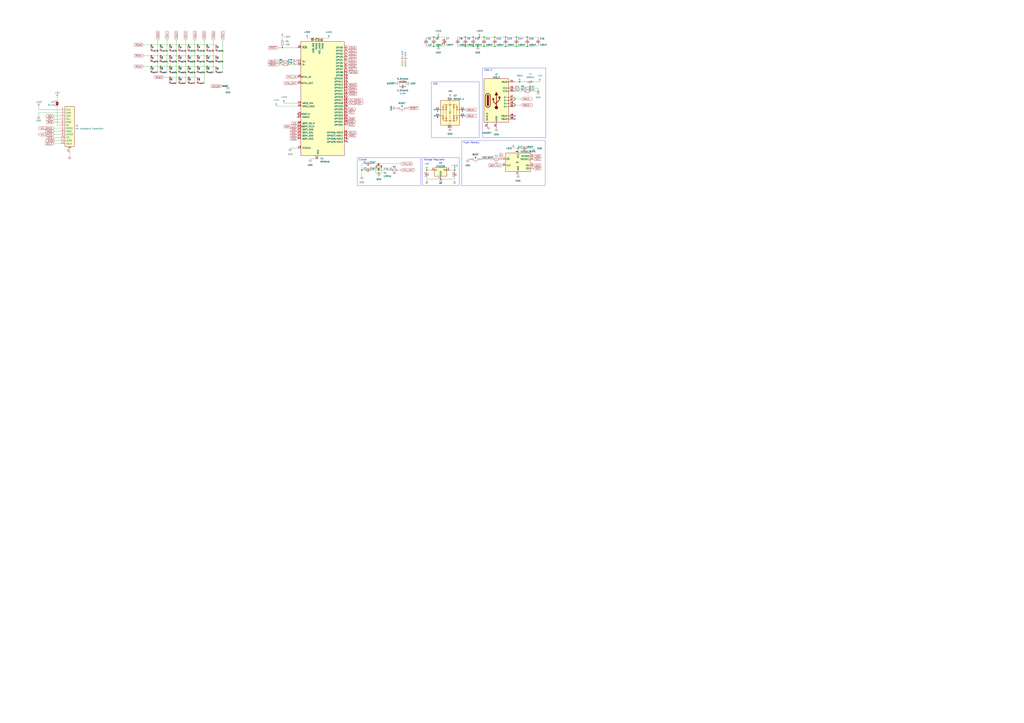
<source format=kicad_sch>
(kicad_sch (version 20230121) (generator eeschema)
  (paper "A1")
  (junction (at 422.91 86.36))
  (junction (at 433.07 38.1))
  (junction (at 350.52 139.7) (diameter 0.9144))
  (junction (at 154.94 63.5))
  (junction (at 132.08 54.61))
  (junction (at 167.64 59.69))
  (junction (at 356.235 30.48))
  (junction (at 388.62 30.48))
  (junction (at 397.51 38.1))
  (junction (at 124.46 54.61))
  (junction (at 170.18 45.72))
  (junction (at 139.7 63.5))
  (junction (at 425.45 121.92))
  (junction (at 406.4 38.1))
  (junction (at 311.15 139.7))
  (junction (at 144.78 41.91))
  (junction (at 124.46 45.72))
  (junction (at 147.32 54.61))
  (junction (at 160.02 59.69))
  (junction (at 297.18 139.7))
  (junction (at 426.72 67.31))
  (junction (at 154.94 36.83))
  (junction (at 139.7 45.72))
  (junction (at 162.56 36.83))
  (junction (at 147.32 36.83))
  (junction (at 167.64 50.8))
  (junction (at 162.56 54.61))
  (junction (at 257.302 31.496))
  (junction (at 162.56 45.72))
  (junction (at 415.29 38.1))
  (junction (at 356.235 38.1))
  (junction (at 137.16 50.8))
  (junction (at 152.4 50.8))
  (junction (at 382.27 38.1))
  (junction (at 124.46 36.83))
  (junction (at 433.07 30.48))
  (junction (at 154.94 45.72))
  (junction (at 139.7 36.83))
  (junction (at 231.902 39.116))
  (junction (at 406.4 30.48))
  (junction (at 424.18 30.48))
  (junction (at 154.94 54.61))
  (junction (at 361.95 147.32) (diameter 0.9144))
  (junction (at 333.375 67.31))
  (junction (at 129.54 50.8))
  (junction (at 129.54 41.91))
  (junction (at 393.7 30.48))
  (junction (at 415.29 30.48))
  (junction (at 328.295 67.31))
  (junction (at 424.18 38.1))
  (junction (at 167.64 41.91))
  (junction (at 132.08 45.72))
  (junction (at 170.18 36.83))
  (junction (at 397.51 30.48))
  (junction (at 160.02 41.91))
  (junction (at 137.16 41.91))
  (junction (at 441.96 74.93))
  (junction (at 422.91 81.28))
  (junction (at 182.88 41.91))
  (junction (at 147.32 45.72))
  (junction (at 144.78 59.69))
  (junction (at 175.26 50.8))
  (junction (at 311.15 142.24))
  (junction (at 139.7 54.61))
  (junction (at 360.045 30.48))
  (junction (at 311.15 134.62))
  (junction (at 147.32 63.5))
  (junction (at 382.27 30.48))
  (junction (at 392.43 38.1))
  (junction (at 132.08 36.83))
  (junction (at 388.62 38.1))
  (junction (at 259.842 31.496))
  (junction (at 175.26 41.91))
  (junction (at 373.38 139.7) (diameter 0.9144))
  (junction (at 170.18 54.61))
  (junction (at 144.78 50.8))
  (junction (at 152.4 41.91))
  (junction (at 152.4 59.69))
  (junction (at 160.02 50.8))
  (junction (at 360.045 38.1))
  (junction (at 182.88 50.8))
  (no_connect (at 285.242 61.976))
  (no_connect (at 285.242 94.996))
  (no_connect (at 244.602 96.266))
  (no_connect (at 285.242 87.376))
  (no_connect (at 422.91 97.79))
  (no_connect (at 244.602 93.726))
  (no_connect (at 285.242 114.046))
  (no_connect (at 422.91 95.25))
  (no_connect (at 285.242 116.586))
  (no_connect (at 356.87 95.25))
  (no_connect (at 356.87 90.17))
  (no_connect (at 285.242 64.516))
  (no_connect (at 285.242 79.756))
  (no_connect (at 285.242 67.056))
  (wire (pts (xy 435.61 72.39) (xy 441.96 72.39)))
  (wire (pts (xy 182.88 33.02) (xy 182.88 41.91)))
  (wire (pts (xy 349.885 38.1) (xy 356.235 38.1)))
  (wire (pts (xy 160.02 33.02) (xy 160.02 41.91)))
  (wire (pts (xy 382.27 38.1) (xy 388.62 38.1)))
  (wire (pts (xy 46.99 80.01) (xy 46.99 82.55)))
  (wire (pts (xy 328.295 67.31) (xy 328.295 71.12)))
  (wire (pts (xy 182.88 41.91) (xy 182.88 50.8)))
  (wire (pts (xy 259.842 31.496) (xy 262.382 31.496)))
  (wire (pts (xy 397.51 38.1) (xy 397.51 36.83)))
  (wire (pts (xy 365.125 38.1) (xy 365.125 36.83)))
  (wire (pts (xy 313.69 142.24) (xy 311.15 142.24)))
  (wire (pts (xy 162.56 36.83) (xy 170.18 36.83)))
  (wire (pts (xy 118.11 36.83) (xy 124.46 36.83)))
  (wire (pts (xy 144.78 41.91) (xy 144.78 50.8)))
  (wire (pts (xy 160.02 59.69) (xy 160.02 68.58)))
  (wire (pts (xy 375.92 31.75) (xy 375.92 30.48)))
  (wire (pts (xy 162.56 45.72) (xy 170.18 45.72)))
  (wire (pts (xy 44.45 100.33) (xy 49.53 100.33)))
  (wire (pts (xy 31.75 92.71) (xy 31.75 95.25)))
  (wire (pts (xy 118.11 45.72) (xy 124.46 45.72)))
  (wire (pts (xy 350.52 139.7) (xy 354.33 139.7)))
  (wire (pts (xy 382.27 30.48) (xy 382.27 31.75)))
  (wire (pts (xy 154.94 63.5) (xy 162.56 63.5)))
  (wire (pts (xy 264.922 31.496) (xy 270.002 31.496)))
  (wire (pts (xy 433.07 38.1) (xy 433.07 36.83)))
  (wire (pts (xy 422.91 81.28) (xy 422.91 82.55)))
  (wire (pts (xy 441.96 30.48) (xy 441.96 31.75)))
  (wire (pts (xy 388.62 30.48) (xy 382.27 30.48)))
  (wire (pts (xy 422.91 81.28) (xy 427.99 81.28)))
  (wire (pts (xy 397.51 38.1) (xy 406.4 38.1)))
  (wire (pts (xy 170.18 54.61) (xy 177.8 54.61)))
  (wire (pts (xy 308.61 142.24) (xy 311.15 142.24)))
  (wire (pts (xy 424.18 30.48) (xy 424.18 31.75)))
  (wire (pts (xy 311.15 139.7) (xy 321.31 139.7)))
  (wire (pts (xy 139.7 54.61) (xy 147.32 54.61)))
  (wire (pts (xy 152.4 50.8) (xy 152.4 59.69)))
  (wire (pts (xy 44.45 110.49) (xy 49.53 110.49)))
  (wire (pts (xy 415.29 38.1) (xy 424.18 38.1)))
  (wire (pts (xy 44.45 95.25) (xy 49.53 95.25)))
  (wire (pts (xy 236.982 50.546) (xy 244.602 50.546)))
  (wire (pts (xy 167.64 41.91) (xy 167.64 50.8)))
  (wire (pts (xy 333.375 67.31) (xy 335.28 67.31)))
  (wire (pts (xy 31.75 87.63) (xy 31.75 90.17)))
  (wire (pts (xy 326.39 67.31) (xy 328.295 67.31)))
  (wire (pts (xy 228.727 39.116) (xy 231.902 39.116)))
  (wire (pts (xy 356.235 38.1) (xy 360.045 38.1)))
  (wire (pts (xy 435.61 74.93) (xy 441.96 74.93)))
  (wire (pts (xy 365.125 30.48) (xy 365.125 31.75)))
  (wire (pts (xy 132.08 45.72) (xy 139.7 45.72)))
  (wire (pts (xy 422.91 74.93) (xy 430.53 74.93)))
  (wire (pts (xy 46.99 87.63) (xy 46.99 102.87)))
  (wire (pts (xy 433.07 30.48) (xy 441.96 30.48)))
  (wire (pts (xy 388.62 36.83) (xy 388.62 38.1)))
  (wire (pts (xy 392.43 38.1) (xy 397.51 38.1)))
  (wire (pts (xy 308.61 137.16) (xy 308.61 142.24)))
  (wire (pts (xy 360.045 30.48) (xy 356.235 30.48)))
  (wire (pts (xy 350.52 146.05) (xy 350.52 147.32)))
  (wire (pts (xy 167.64 33.02) (xy 167.64 41.91)))
  (wire (pts (xy 297.18 134.62) (xy 297.18 139.7)))
  (wire (pts (xy 139.7 63.5) (xy 147.32 63.5)))
  (wire (pts (xy 384.175 130.81) (xy 385.445 130.81)))
  (wire (pts (xy 425.45 121.92) (xy 427.99 121.92)))
  (wire (pts (xy 170.18 36.83) (xy 177.8 36.83)))
  (wire (pts (xy 425.45 121.92) (xy 425.45 123.19)))
  (wire (pts (xy 349.885 30.48) (xy 349.885 31.75)))
  (wire (pts (xy 144.78 33.02) (xy 144.78 41.91)))
  (wire (pts (xy 229.362 53.086) (xy 231.902 53.086)))
  (wire (pts (xy 144.78 59.69) (xy 144.78 68.58)))
  (wire (pts (xy 361.95 147.32) (xy 350.52 147.32)))
  (wire (pts (xy 421.64 121.92) (xy 425.45 121.92)))
  (wire (pts (xy 361.95 147.32) (xy 373.38 147.32)))
  (wire (pts (xy 132.08 36.83) (xy 139.7 36.83)))
  (wire (pts (xy 152.4 59.69) (xy 152.4 68.58)))
  (wire (pts (xy 415.29 30.48) (xy 415.29 31.75)))
  (wire (pts (xy 433.07 38.1) (xy 441.96 38.1)))
  (wire (pts (xy 297.18 139.7) (xy 297.18 144.78)))
  (wire (pts (xy 388.62 30.48) (xy 388.62 31.75)))
  (wire (pts (xy 297.18 139.7) (xy 299.72 139.7)))
  (wire (pts (xy 170.18 45.72) (xy 177.8 45.72)))
  (wire (pts (xy 231.902 37.846) (xy 231.902 39.116)))
  (wire (pts (xy 441.96 38.1) (xy 441.96 36.83)))
  (wire (pts (xy 395.605 130.81) (xy 405.13 130.81)))
  (wire (pts (xy 129.54 33.02) (xy 129.54 41.91)))
  (wire (pts (xy 231.902 30.226) (xy 231.902 32.766)))
  (wire (pts (xy 152.4 41.91) (xy 152.4 50.8)))
  (wire (pts (xy 304.8 134.62) (xy 311.15 134.62)))
  (wire (pts (xy 175.26 41.91) (xy 175.26 50.8)))
  (wire (pts (xy 118.11 54.61) (xy 124.46 54.61)))
  (wire (pts (xy 356.235 36.83) (xy 356.235 38.1)))
  (wire (pts (xy 410.21 130.81) (xy 412.75 130.81)))
  (wire (pts (xy 350.52 139.7) (xy 350.52 140.97)))
  (wire (pts (xy 424.18 36.83) (xy 424.18 38.1)))
  (wire (pts (xy 356.235 30.48) (xy 356.235 31.75)))
  (wire (pts (xy 31.75 92.71) (xy 49.53 92.71)))
  (wire (pts (xy 333.375 67.31) (xy 333.375 71.12)))
  (wire (pts (xy 438.15 67.31) (xy 443.23 67.31)))
  (wire (pts (xy 167.64 50.8) (xy 167.64 59.69)))
  (wire (pts (xy 426.72 67.31) (xy 433.07 67.31)))
  (wire (pts (xy 349.885 36.83) (xy 349.885 38.1)))
  (wire (pts (xy 360.045 30.48) (xy 365.125 30.48)))
  (wire (pts (xy 147.32 45.72) (xy 154.94 45.72)))
  (wire (pts (xy 406.4 30.48) (xy 406.4 31.75)))
  (wire (pts (xy 154.94 54.61) (xy 162.56 54.61)))
  (wire (pts (xy 44.45 118.11) (xy 49.53 118.11)))
  (wire (pts (xy 160.02 50.8) (xy 160.02 59.69)))
  (wire (pts (xy 236.982 53.086) (xy 244.602 53.086)))
  (wire (pts (xy 433.07 121.92) (xy 438.15 121.92)))
  (wire (pts (xy 124.46 45.72) (xy 132.08 45.72)))
  (wire (pts (xy 233.172 84.836) (xy 244.602 84.836)))
  (wire (pts (xy 254.762 130.556) (xy 261.112 130.556)))
  (wire (pts (xy 175.26 50.8) (xy 175.26 59.69)))
  (wire (pts (xy 44.45 105.41) (xy 49.53 105.41)))
  (wire (pts (xy 137.16 50.8) (xy 137.16 59.69)))
  (wire (pts (xy 175.26 33.02) (xy 175.26 41.91)))
  (wire (pts (xy 422.91 72.39) (xy 430.53 72.39)))
  (wire (pts (xy 406.4 38.1) (xy 415.29 38.1)))
  (wire (pts (xy 422.91 86.36) (xy 422.91 87.63)))
  (wire (pts (xy 369.57 139.7) (xy 373.38 139.7)))
  (wire (pts (xy 304.8 139.7) (xy 311.15 139.7)))
  (wire (pts (xy 360.045 38.1) (xy 365.125 38.1)))
  (wire (pts (xy 132.08 54.61) (xy 139.7 54.61)))
  (wire (pts (xy 167.64 59.69) (xy 167.64 68.58)))
  (wire (pts (xy 139.7 45.72) (xy 147.32 45.72)))
  (wire (pts (xy 375.92 36.83) (xy 375.92 38.1)))
  (wire (pts (xy 124.46 36.83) (xy 132.08 36.83)))
  (wire (pts (xy 422.91 85.09) (xy 422.91 86.36)))
  (wire (pts (xy 44.45 107.95) (xy 49.53 107.95)))
  (wire (pts (xy 134.62 63.5) (xy 139.7 63.5)))
  (wire (pts (xy 129.54 50.8) (xy 129.54 59.69)))
  (wire (pts (xy 257.302 31.496) (xy 259.842 31.496)))
  (wire (pts (xy 129.54 41.91) (xy 129.54 50.8)))
  (wire (pts (xy 231.902 39.116) (xy 244.602 39.116)))
  (wire (pts (xy 154.94 45.72) (xy 162.56 45.72)))
  (wire (pts (xy 422.91 86.36) (xy 427.99 86.36)))
  (wire (pts (xy 415.29 30.48) (xy 424.18 30.48)))
  (wire (pts (xy 373.38 139.7) (xy 373.38 140.97)))
  (wire (pts (xy 382.27 36.83) (xy 382.27 38.1)))
  (wire (pts (xy 422.91 67.31) (xy 426.72 67.31)))
  (wire (pts (xy 124.46 54.61) (xy 132.08 54.61)))
  (wire (pts (xy 31.75 90.17) (xy 49.53 90.17)))
  (wire (pts (xy 147.32 63.5) (xy 154.94 63.5)))
  (wire (pts (xy 388.62 30.48) (xy 393.7 30.48)))
  (wire (pts (xy 311.15 134.62) (xy 328.93 134.62)))
  (wire (pts (xy 144.78 50.8) (xy 144.78 59.69)))
  (wire (pts (xy 137.16 41.91) (xy 137.16 50.8)))
  (wire (pts (xy 299.72 134.62) (xy 297.18 134.62)))
  (wire (pts (xy 424.18 38.1) (xy 433.07 38.1)))
  (wire (pts (xy 154.94 36.83) (xy 162.56 36.83)))
  (wire (pts (xy 441.96 72.39) (xy 441.96 74.93)))
  (wire (pts (xy 147.32 54.61) (xy 154.94 54.61)))
  (wire (pts (xy 162.56 54.61) (xy 170.18 54.61)))
  (wire (pts (xy 152.4 33.02) (xy 152.4 41.91)))
  (wire (pts (xy 356.235 30.48) (xy 349.885 30.48)))
  (wire (pts (xy 44.45 113.03) (xy 49.53 113.03)))
  (wire (pts (xy 238.252 121.666) (xy 244.602 121.666)))
  (wire (pts (xy 137.16 33.02) (xy 137.16 41.91)))
  (wire (pts (xy 375.92 30.48) (xy 382.27 30.48)))
  (wire (pts (xy 44.45 115.57) (xy 49.53 115.57)))
  (wire (pts (xy 373.38 146.05) (xy 373.38 147.32)))
  (wire (pts (xy 44.45 97.79) (xy 49.53 97.79)))
  (wire (pts (xy 397.51 30.48) (xy 406.4 30.48)))
  (wire (pts (xy 388.62 38.1) (xy 392.43 38.1)))
  (wire (pts (xy 326.39 139.7) (xy 328.93 139.7)))
  (wire (pts (xy 160.02 41.91) (xy 160.02 50.8)))
  (wire (pts (xy 397.51 30.48) (xy 397.51 31.75)))
  (wire (pts (xy 313.69 137.16) (xy 313.69 142.24)))
  (wire (pts (xy 252.222 31.496) (xy 257.302 31.496)))
  (wire (pts (xy 244.602 87.376) (xy 226.822 87.376)))
  (wire (pts (xy 406.4 38.1) (xy 406.4 36.83)))
  (wire (pts (xy 433.07 30.48) (xy 433.07 31.75)))
  (wire (pts (xy 57.15 125.73) (xy 57.15 128.27)))
  (wire (pts (xy 415.29 36.83) (xy 415.29 38.1)))
  (wire (pts (xy 393.7 30.48) (xy 397.51 30.48)))
  (wire (pts (xy 422.91 80.01) (xy 422.91 81.28)))
  (wire (pts (xy 182.88 50.8) (xy 182.88 59.69)))
  (wire (pts (xy 375.92 38.1) (xy 382.27 38.1)))
  (wire (pts (xy 147.32 36.83) (xy 154.94 36.83)))
  (wire (pts (xy 46.99 102.87) (xy 49.53 102.87)))
  (wire (pts (xy 406.4 30.48) (xy 415.29 30.48)))
  (wire (pts (xy 139.7 36.83) (xy 147.32 36.83)))
  (wire (pts (xy 229.362 50.546) (xy 231.902 50.546)))
  (wire (pts (xy 424.18 30.48) (xy 433.07 30.48)))
  (rectangle (start 396.24 55.88) (end 448.31 113.03))
  (rectangle (start 379.095 115.57) (end 447.675 152.4))
  (rectangle (start 354.33 67.31) (end 393.7 113.03))
  (rectangle (start 293.37 129.54) (end 345.44 152.4))
  (rectangle (start 346.71 129.54) (end 377.19 152.4))
  (text "ESD" (at 355.6 69.85 0) (effects (font (size 1.27 1.27)) (justify left bottom)))
  (text "Voltage Regulator" (at 347.98 132.08 0) (effects (font (size 1.27 1.27)) (justify left bottom)))
  (text "Flash Memory" (at 380.365 118.11 0) (effects (font (size 1.27 1.27)) (justify left bottom)))
  (text "Crystal" (at 294.64 132.08 0) (effects (font (size 1.27 1.27)) (justify left bottom)))
  (text "USB-C" (at 397.51 58.42 0) (effects (font (size 1.27 1.27)) (justify left bottom)))
  (label "CC1" (at 422.91 72.39 0))
  (label "~{USB_BOOT}" (at 395.605 130.81 0))
  (label "XTAL_O" (at 314.96 139.7 0))
  (label "D_-" (at 240.792 53.086 0))
  (label "D_+" (at 240.792 50.546 0))
  (label "CC2" (at 422.91 74.93 0))
  (global_label "RGB" (shape input) (at 44.45 100.33 180) (property "Intersheetrefs" "${INTERSHEET_REFS}" (effects hide)))
  (global_label "DBUS-" (shape input) (at 382.27 95.25 0) (property "Intersheetrefs" "${INTERSHEET_REFS}" (effects hide)))
  (global_label "ROW3" (shape input) (at 285.242 69.596 0) (property "Intersheetrefs" "${INTERSHEET_REFS}" (effects hide)))
  (global_label "SD2" (shape input) (at 244.602 111.506 180) (property "Intersheetrefs" "${INTERSHEET_REFS}" (effects hide)))
  (global_label "COL3" (shape input) (at 152.4 33.02 90) (property "Intersheetrefs" "${INTERSHEET_REFS}" (effects hide)))
  (global_label "COL7" (shape input) (at 285.242 56.896 0) (property "Intersheetrefs" "${INTERSHEET_REFS}" (effects hide)))
  (global_label "CS" (shape input) (at 411.48 130.81 90) (property "Intersheetrefs" "${INTERSHEET_REFS}" (effects hide)))
  (global_label "VIK_GPIO1" (shape bidirectional) (at 285.242 82.296 0) (property "Intersheetrefs" "${INTERSHEET_REFS}" (effects hide)))
  (global_label "ROW0" (shape input) (at 118.11 36.83 180) (property "Intersheetrefs" "${INTERSHEET_REFS}" (effects hide)))
  (global_label "ROW2" (shape input) (at 118.11 54.61 180) (property "Intersheetrefs" "${INTERSHEET_REFS}" (effects hide)))
  (global_label "MOSI" (shape input) (at 285.242 111.506 0) (property "Intersheetrefs" "${INTERSHEET_REFS}" (effects hide)))
  (global_label "ROW0" (shape input) (at 285.242 77.216 0) (property "Intersheetrefs" "${INTERSHEET_REFS}" (effects hide)))
  (global_label "MOSI" (shape input) (at 44.45 107.95 180) (property "Intersheetrefs" "${INTERSHEET_REFS}" (effects hide)))
  (global_label "DBUS-" (shape input) (at 427.99 81.28 0) (property "Intersheetrefs" "${INTERSHEET_REFS}" (effects hide)))
  (global_label "COL1" (shape input) (at 137.16 33.02 90) (property "Intersheetrefs" "${INTERSHEET_REFS}" (effects hide)))
  (global_label "SD0" (shape input) (at 244.602 106.426 180) (property "Intersheetrefs" "${INTERSHEET_REFS}" (effects hide)))
  (global_label "DBUS+" (shape input) (at 427.99 86.36 0) (property "Intersheetrefs" "${INTERSHEET_REFS}" (effects hide)))
  (global_label "QSPI_CLK" (shape input) (at 244.602 103.886 180) (property "Intersheetrefs" "${INTERSHEET_REFS}" (effects hide)))
  (global_label "SD1" (shape input) (at 244.602 108.966 180) (property "Intersheetrefs" "${INTERSHEET_REFS}" (effects hide)))
  (global_label "SCL" (shape input) (at 285.242 92.456 0) (property "Intersheetrefs" "${INTERSHEET_REFS}" (effects hide)))
  (global_label "MISO" (shape output) (at 44.45 115.57 180) (property "Intersheetrefs" "${INTERSHEET_REFS}" (effects hide)))
  (global_label "QSPI_CLK" (shape input) (at 412.75 135.89 180) (property "Intersheetrefs" "${INTERSHEET_REFS}" (effects hide)))
  (global_label "ROW2" (shape input) (at 285.242 72.136 0) (property "Intersheetrefs" "${INTERSHEET_REFS}" (effects hide)))
  (global_label "COL6" (shape input) (at 285.242 54.356 0) (property "Intersheetrefs" "${INTERSHEET_REFS}" (effects hide)))
  (global_label "VIK_GPIO2" (shape bidirectional) (at 44.45 110.49 180) (property "Intersheetrefs" "${INTERSHEET_REFS}" (effects hide)))
  (global_label "XTAL_OUT" (shape input) (at 328.93 139.7 0) (property "Intersheetrefs" "${INTERSHEET_REFS}" (effects hide)))
  (global_label "CS" (shape input) (at 244.602 101.346 180) (property "Intersheetrefs" "${INTERSHEET_REFS}" (effects hide)))
  (global_label "XTAL_IN" (shape input) (at 328.93 134.62 0) (property "Intersheetrefs" "${INTERSHEET_REFS}" (effects hide)))
  (global_label "DBUS+" (shape input) (at 382.27 90.17 0) (property "Intersheetrefs" "${INTERSHEET_REFS}" (effects hide)))
  (global_label "COL4" (shape input) (at 160.02 33.02 90) (property "Intersheetrefs" "${INTERSHEET_REFS}" (effects hide)))
  (global_label "SCLK" (shape input) (at 285.242 108.966 0) (property "Intersheetrefs" "${INTERSHEET_REFS}" (effects hide)))
  (global_label "COL5" (shape input) (at 285.242 51.816 0) (property "Intersheetrefs" "${INTERSHEET_REFS}" (effects hide)))
  (global_label "NCS" (shape input) (at 44.45 113.03 180) (property "Intersheetrefs" "${INTERSHEET_REFS}" (effects hide)))
  (global_label "SD3" (shape input) (at 244.602 114.046 180) (property "Intersheetrefs" "${INTERSHEET_REFS}" (effects hide)))
  (global_label "SCLK" (shape input) (at 44.45 118.11 180) (property "Intersheetrefs" "${INTERSHEET_REFS}" (effects hide)))
  (global_label "COL2" (shape input) (at 144.78 33.02 90) (property "Intersheetrefs" "${INTERSHEET_REFS}" (effects hide)))
  (global_label "ROW1" (shape input) (at 118.11 45.72 180) (property "Intersheetrefs" "${INTERSHEET_REFS}" (effects hide)))
  (global_label "DBUS+" (shape input) (at 229.362 50.546 180) (property "Intersheetrefs" "${INTERSHEET_REFS}" (effects hide)))
  (global_label "~{RESET}" (shape input) (at 335.28 88.9 0) (property "Intersheetrefs" "${INTERSHEET_REFS}" (effects hide)))
  (global_label "SDA" (shape bidirectional) (at 44.45 95.25 180) (property "Intersheetrefs" "${INTERSHEET_REFS}" (effects hide)))
  (global_label "SW100" (shape input) (at 182.118 70.866 180) (property "Intersheetrefs" "${INTERSHEET_REFS}" (effects hide)))
  (global_label "SD3" (shape input) (at 438.15 138.43 0) (property "Intersheetrefs" "${INTERSHEET_REFS}" (effects hide)))
  (global_label "MISO" (shape output) (at 285.242 100.076 0) (property "Intersheetrefs" "${INTERSHEET_REFS}" (effects hide)))
  (global_label "COL7" (shape input) (at 182.88 33.02 90) (property "Intersheetrefs" "${INTERSHEET_REFS}" (effects hide)))
  (global_label "COL0" (shape input) (at 129.54 33.02 90) (property "Intersheetrefs" "${INTERSHEET_REFS}" (effects hide)))
  (global_label "~{RESET}" (shape input) (at 228.727 39.116 180) (property "Intersheetrefs" "${INTERSHEET_REFS}" (effects hide)))
  (global_label "COL0" (shape input) (at 285.242 39.116 0) (property "Intersheetrefs" "${INTERSHEET_REFS}" (effects hide)))
  (global_label "COL6" (shape input) (at 175.26 33.02 90) (property "Intersheetrefs" "${INTERSHEET_REFS}" (effects hide)))
  (global_label "SD2" (shape input) (at 438.15 135.89 0) (property "Intersheetrefs" "${INTERSHEET_REFS}" (effects hide)))
  (global_label "SDA" (shape bidirectional) (at 285.242 89.916 0) (property "Intersheetrefs" "${INTERSHEET_REFS}" (effects hide)))
  (global_label "COL1" (shape input) (at 285.242 41.656 0) (property "Intersheetrefs" "${INTERSHEET_REFS}" (effects hide)))
  (global_label "SD0" (shape input) (at 438.15 128.27 0) (property "Intersheetrefs" "${INTERSHEET_REFS}" (effects hide)))
  (global_label "NCS" (shape input) (at 284.988 102.616 0) (property "Intersheetrefs" "${INTERSHEET_REFS}" (effects hide)))
  (global_label "COL5" (shape input) (at 167.64 33.02 90) (property "Intersheetrefs" "${INTERSHEET_REFS}" (effects hide)))
  (global_label "DBUS-" (shape input) (at 229.362 53.086 180) (property "Intersheetrefs" "${INTERSHEET_REFS}" (effects hide)))
  (global_label "COL4" (shape input) (at 285.242 49.276 0) (property "Intersheetrefs" "${INTERSHEET_REFS}" (effects hide)))
  (global_label "ROW1" (shape input) (at 285.242 74.676 0) (property "Intersheetrefs" "${INTERSHEET_REFS}" (effects hide)))
  (global_label "SCL" (shape input) (at 44.45 97.79 180) (property "Intersheetrefs" "${INTERSHEET_REFS}" (effects hide)))
  (global_label "XTAL_IN" (shape input) (at 244.602 63.246 180) (property "Intersheetrefs" "${INTERSHEET_REFS}" (effects hide)))
  (global_label "XTAL_OUT" (shape input) (at 244.602 68.326 180) (property "Intersheetrefs" "${INTERSHEET_REFS}" (effects hide)))
  (global_label "VIK_GPIO2" (shape bidirectional) (at 285.242 84.836 0) (property "Intersheetrefs" "${INTERSHEET_REFS}" (effects hide)))
  (global_label "COL3" (shape input) (at 285.242 46.736 0) (property "Intersheetrefs" "${INTERSHEET_REFS}" (effects hide)))
  (global_label "COL2" (shape input) (at 285.242 44.196 0) (property "Intersheetrefs" "${INTERSHEET_REFS}" (effects hide)))
  (global_label "ROW3" (shape input) (at 134.62 63.5 180) (property "Intersheetrefs" "${INTERSHEET_REFS}" (effects hide)))
  (global_label "SD1" (shape input) (at 438.15 130.81 0) (property "Intersheetrefs" "${INTERSHEET_REFS}" (effects hide)))
  (global_label "RGB" (shape input) (at 285.242 97.536 0) (property "Intersheetrefs" "${INTERSHEET_REFS}" (effects hide)))
  (global_label "VIK_GPIO1" (shape bidirectional) (at 44.45 105.41 180) (property "Intersheetrefs" "${INTERSHEET_REFS}" (effects hide)))
  (global_label "SW100" (shape input) (at 285.242 59.436 0) (property "Intersheetrefs" "${INTERSHEET_REFS}" (effects hide)))
  (hierarchical_label "GND" (shape input) (at 332.994 49.53 270))
  (hierarchical_label "3V3" (shape input) (at 330.454 49.53 270))
  (symbol (lib_id "hazel:SW") (at 165.1 41.91 0) (unit 1)
    (property "Reference" "SW6" (at 165.1 41.91 0) (effects (font (size 0.64 0.64))))
    (property "Value" "SW" (effects hide))
    (property "Footprint" "miketronic_fplib:MB_KailhChoc-1U_rev_17mm" (effects hide))
  )
  (symbol (lib_id "power:GND") (at 361.95 147.32 0) (unit 1)
    (property "Reference" "#PWR049" (effects hide))
    (property "Value" "GND" (at 361.95 150.495 0) (effects (font (size 0.762 0.762))))
  )
  (symbol (lib_id "hazel:SW") (at 142.24 41.91 0) (unit 1)
    (property "Reference" "SW3" (at 142.24 41.91 0) (effects (font (size 0.64 0.64))))
    (property "Value" "SW" (effects hide))
    (property "Footprint" "miketronic_fplib:MB_KailhChoc-1U_rev_17mm" (effects hide))
  )
  (symbol (lib_id "Device:Crystal_GND24_Small") (at 311.15 137.16 90) (unit 1)
    (property "Reference" "Y1" (at 314.96 142.24 90) (effects (justify right)))
    (property "Value" "12MHz" (at 314.96 144.78 90) (effects (justify right)))
    (property "Footprint" "Crystal:Crystal_SMD_3225-4Pin_3.2x2.5mm" (effects hide))
    (property "LCSC" "C9002" (effects hide))
  )
  (symbol (lib_id "hazel:SW") (at 157.48 68.58 0) (unit 1)
    (property "Reference" "SW27" (at 157.48 68.58 0) (effects (font (size 0.64 0.64))))
    (property "Value" "SW" (effects hide))
    (property "Footprint" "miketronic_fplib:MB_KailhChoc-1U_rev_17mm" (effects hide))
  )
  (symbol (lib_id "power:GND") (at 238.252 121.666 0) (unit 1)
    (property "Reference" "#PWR015" (effects hide))
    (property "Value" "GND" (at 238.252 126.746 0))
  )
  (symbol (lib_id "hazel:SW") (at 127 41.91 0) (unit 1)
    (property "Reference" "SW1" (at 127 41.91 0) (effects (font (size 0.64 0.64))))
    (property "Value" "SW" (effects hide))
    (property "Footprint" "miketronic_fplib:MB_KailhChoc-1U_rev_17mm" (effects hide))
  )
  (symbol (lib_id "hazel:SW") (at 180.34 59.69 0) (unit 1)
    (property "Reference" "SW24" (at 180.34 59.69 0) (effects (font (size 0.64 0.64))))
    (property "Value" "SW" (effects hide))
    (property "Footprint" "miketronic_fplib:MB_KailhChoc-1U_rev_17mm" (effects hide))
  )
  (symbol (lib_name "+3V3_1") (lib_id "power:+3V3") (at 31.75 87.63 0) (unit 1)
    (property "Reference" "#PWR06" (effects hide))
    (property "Value" "+3V3" (at 31.75 83.82 0))
  )
  (symbol (lib_id "Switch:SW_Push") (at 390.525 130.81 180) (unit 1) (in_bom no)
    (property "Reference" "BOOT" (at 390.525 127 0))
    (property "Value" "B" (at 390.525 129.54 0))
    (property "Footprint" "Button_Switch_SMD:SW_SPST_TL3342" (effects hide))
  )
  (symbol (lib_id "hazel:D") (at 147.32 66.04 90) (unit 1)
    (property "Reference" "D26" (at 148.59 66.04 0) (effects (font (size 0.64 0.64)) (justify left)))
    (property "Value" "D" (effects hide))
    (property "Footprint" "Diode_SMD:D_SOD-323" (effects hide))
  )
  (symbol (lib_id "Memory_Flash:W25Q128JVS") (at 425.45 133.35 0) (unit 1)
    (property "Reference" "U4" (at 423.545 133.35 0) (effects (justify left)))
    (property "Value" "W25Q128JVS" (at 427.4694 124.5386 0) (effects (justify left)))
    (property "Footprint" "Package_SO:SOIC-8_5.23x5.23mm_P1.27mm" (effects hide))
    (property "Datasheet" "http://www.winbond.com/resource-files/w25q128jv_dtr%20revc%2003272018%20plus.pdf" (effects hide))
    (property "LCSC" "C97521" (effects hide))
  )
  (symbol (lib_id "Device:Polyfuse_Small") (at 435.61 67.31 90) (unit 1)
    (property "Reference" "F1" (at 435.61 60.96 90))
    (property "Value" "500mA" (at 435.61 63.5 90))
    (property "Footprint" "Fuse:Fuse_1206_3216Metric" (effects hide))
    (property "LCSC" "C70076" (effects hide))
  )
  (symbol (lib_id "Switch:SW_Push") (at 330.2 88.9 180) (unit 1) (in_bom no)
    (property "Reference" "RESET" (at 330.2 84.836 0))
    (property "Value" "R" (at 330.2 87.376 0))
    (property "Footprint" "Button_Switch_SMD:SW_SPST_TL3342" (effects hide))
  )
  (symbol (lib_id "Device:C_Small") (at 415.29 34.29 0) (unit 1)
    (property "Reference" "C13" (at 416.56 31.7499 0) (effects (justify left)))
    (property "Value" "100nF" (at 416.56 36.8299 0) (effects (justify left)))
    (property "Footprint" "Capacitor_SMD:C_0402_1005Metric" (effects hide))
    (property "LCSC" "C1525" (effects hide))
  )
  (symbol (lib_id "Device:C_Small") (at 424.18 34.29 0) (unit 1)
    (property "Reference" "C14" (at 425.45 31.7499 0) (effects (justify left)))
    (property "Value" "100nF" (at 425.45 36.8299 0) (effects (justify left)))
    (property "Footprint" "Capacitor_SMD:C_0402_1005Metric" (effects hide))
    (property "LCSC" "C1525" (effects hide))
  )
  (symbol (lib_id "hazel:SW") (at 149.86 50.8 0) (unit 1)
    (property "Reference" "SW12" (at 149.86 50.8 0) (effects (font (size 0.64 0.64))))
    (property "Value" "SW" (effects hide))
    (property "Footprint" "miketronic_fplib:MB_KailhChoc-1U_rev_17mm" (effects hide))
  )
  (symbol (lib_id "hazel:D") (at 147.32 48.26 90) (unit 1)
    (property "Reference" "D12" (at 148.59 48.26 0) (effects (font (size 0.64 0.64)) (justify left)))
    (property "Value" "D" (effects hide))
    (property "Footprint" "Diode_SMD:D_SOD-323" (effects hide))
  )
  (symbol (lib_id "hazel:SW") (at 142.24 50.8 0) (unit 1)
    (property "Reference" "SW11" (at 142.24 50.8 0) (effects (font (size 0.64 0.64))))
    (property "Value" "SW" (effects hide))
    (property "Footprint" "miketronic_fplib:MB_KailhChoc-1U_rev_17mm" (effects hide))
  )
  (symbol (lib_id "hazel:SW") (at 157.48 50.8 0) (unit 1)
    (property "Reference" "SW13" (at 157.48 50.8 0) (effects (font (size 0.64 0.64))))
    (property "Value" "SW" (effects hide))
    (property "Footprint" "miketronic_fplib:MB_KailhChoc-1U_HS_17mm" (effects hide))
  )
  (symbol (lib_id "hazel:D") (at 154.94 48.26 90) (unit 1)
    (property "Reference" "D13" (at 156.21 48.26 0) (effects (font (size 0.64 0.64)) (justify left)))
    (property "Value" "D" (effects hide))
    (property "Footprint" "Diode_SMD:D_SOD-323" (effects hide))
  )
  (symbol (lib_id "hazel:SW") (at 134.62 59.69 0) (unit 1)
    (property "Reference" "SW18" (at 134.62 59.69 0) (effects (font (size 0.64 0.64))))
    (property "Value" "SW" (effects hide))
    (property "Footprint" "miketronic_fplib:MB_KailhChoc-1U_rev_17mm" (effects hide))
  )
  (symbol (lib_id "power:+3V3") (at 233.172 84.836 0) (unit 1)
    (property "Reference" "#PWR014" (effects hide))
    (property "Value" "+3V3" (at 233.172 79.756 0))
  )
  (symbol (lib_id "Device:C_Small") (at 330.835 71.12 270) (unit 1)
    (property "Reference" "C_Shield1" (at 330.835 74.295 90))
    (property "Value" "4.7n" (at 330.835 76.835 90))
    (property "Footprint" "Capacitor_SMD:C_0402_1005Metric" (effects hide))
  )
  (symbol (lib_id "Device:C_Small") (at 406.4 34.29 0) (unit 1)
    (property "Reference" "C12" (at 407.67 31.7499 0) (effects (justify left)))
    (property "Value" "100nF" (at 407.67 36.8299 0) (effects (justify left)))
    (property "Footprint" "Capacitor_SMD:C_0402_1005Metric" (effects hide))
    (property "LCSC" "C1525" (effects hide))
  )
  (symbol (lib_id "hazel:D") (at 162.56 48.26 90) (unit 1)
    (property "Reference" "D14" (at 163.83 48.26 0) (effects (font (size 0.64 0.64)) (justify left)))
    (property "Value" "D" (effects hide))
    (property "Footprint" "Diode_SMD:D_SOD-323" (effects hide))
  )
  (symbol (lib_id "hazel:SW") (at 149.86 59.69 0) (unit 1)
    (property "Reference" "SW20" (at 149.86 59.69 0) (effects (font (size 0.64 0.64))))
    (property "Value" "SW" (effects hide))
    (property "Footprint" "miketronic_fplib:MB_KailhChoc-1U_rev_17mm" (effects hide))
  )
  (symbol (lib_id "hazel:SW") (at 142.24 68.58 0) (unit 1)
    (property "Reference" "SW25" (at 142.24 68.58 0) (effects (font (size 0.64 0.64))))
    (property "Value" "SW" (effects hide))
    (property "Footprint" "miketronic_fplib:MB_KailhChoc-1U_rev_17mm" (effects hide))
  )
  (symbol (lib_id "Device:R_Small") (at 407.67 130.81 90) (unit 1)
    (property "Reference" "R2" (at 407.67 128.27 90))
    (property "Value" "1k" (at 407.67 133.35 90))
    (property "Footprint" "Resistor_SMD:R_0402_1005Metric" (effects hide))
    (property "LCSC" "C11702" (effects hide))
  )
  (symbol (lib_id "Device:R_Small") (at 231.902 35.306 0) (unit 1)
    (property "Reference" "R5" (at 234.442 34.0359 0) (effects (justify left)))
    (property "Value" "10k" (at 234.442 36.5759 0) (effects (justify left)))
    (property "Footprint" "Resistor_SMD:R_0402_1005Metric" (effects hide))
    (property "LCSC" "C25744" (effects hide))
  )
  (symbol (lib_id "Device:C_Small") (at 433.07 34.29 0) (unit 1)
    (property "Reference" "C15" (at 434.34 31.7499 0) (effects (justify left)))
    (property "Value" "100nF" (at 434.34 36.8299 0) (effects (justify left)))
    (property "Footprint" "Capacitor_SMD:C_0402_1005Metric" (effects hide))
    (property "LCSC" "C1525" (effects hide))
  )
  (symbol (lib_name "C_Small_3") (lib_id "Device:C_Small") (at 365.125 34.29 0) (unit 1)
    (property "Reference" "C7" (at 366.395 31.7499 0) (effects (justify left)))
    (property "Value" "100nF" (at 366.395 36.8299 0) (effects (justify left)))
    (property "Footprint" "Capacitor_SMD:C_0402_1005Metric" (effects hide))
    (property "LCSC" "C1525" (effects hide))
  )
  (symbol (lib_id "power:GNDREF") (at 326.39 67.31 0) (unit 1)
    (property "Reference" "#PWR025" (effects hide))
    (property "Value" "GNDREF" (at 317.5 68.58 0) (effects (justify left)))
  )
  (symbol (lib_id "Device:R_Small") (at 234.442 53.086 90) (unit 1)
    (property "Reference" "R7" (at 230.632 51.816 90))
    (property "Value" "27R" (at 238.252 51.816 90))
    (property "Footprint" "Resistor_SMD:R_0603_1608Metric" (effects hide))
    (property "LCSC" "C25190" (effects hide))
  )
  (symbol (lib_id "hazel:D") (at 154.94 66.04 90) (unit 1)
    (property "Reference" "D27" (at 156.21 66.04 0) (effects (font (size 0.64 0.64)) (justify left)))
    (property "Value" "D" (effects hide))
    (property "Footprint" "Diode_SMD:D_SOD-323" (effects hide))
  )
  (symbol (lib_id "hazel:D") (at 177.8 48.26 90) (unit 1)
    (property "Reference" "D16" (at 179.07 48.26 0) (effects (font (size 0.64 0.64)) (justify left)))
    (property "Value" "D" (effects hide))
    (property "Footprint" "Diode_SMD:D_SOD-323" (effects hide))
  )
  (symbol (lib_id "hazel:D") (at 147.32 57.15 90) (unit 1)
    (property "Reference" "D20" (at 148.59 57.15 0) (effects (font (size 0.64 0.64)) (justify left)))
    (property "Value" "D" (effects hide))
    (property "Footprint" "Diode_SMD:D_SOD-323" (effects hide))
  )
  (symbol (lib_id "hazel:SW") (at 180.34 50.8 0) (unit 1)
    (property "Reference" "SW16" (at 180.34 50.8 0) (effects (font (size 0.64 0.64))))
    (property "Value" "SW" (effects hide))
    (property "Footprint" "miketronic_fplib:MB_KailhChoc-1U_HS_17mm" (effects hide))
  )
  (symbol (lib_id "power:GND") (at 311.15 142.24 0) (unit 1)
    (property "Reference" "#PWR02" (effects hide))
    (property "Value" "GND" (at 311.15 147.32 0))
  )
  (symbol (lib_id "hazel:D") (at 139.7 48.26 90) (unit 1)
    (property "Reference" "D11" (at 140.97 48.26 0) (effects (font (size 0.64 0.64)) (justify left)))
    (property "Value" "D" (effects hide))
    (property "Footprint" "Diode_SMD:D_SOD-323" (effects hide))
  )
  (symbol (lib_id "power:GND") (at 369.57 105.41 0) (unit 1)
    (property "Reference" "#PWR056" (effects hide))
    (property "Value" "GND" (at 369.57 109.9725 0))
  )
  (symbol (lib_id "hazel:D") (at 124.46 57.15 90) (unit 1)
    (property "Reference" "D17" (at 125.73 57.15 0) (effects (font (size 0.64 0.64)) (justify left)))
    (property "Value" "D" (effects hide))
    (property "Footprint" "Diode_SMD:D_SOD-323" (effects hide))
  )
  (symbol (lib_id "hazel:SW") (at 149.86 41.91 0) (unit 1)
    (property "Reference" "SW4" (at 149.86 41.91 0) (effects (font (size 0.64 0.64))))
    (property "Value" "SW" (effects hide))
    (property "Footprint" "miketronic_fplib:MB_KailhChoc-1U_rev_17mm" (effects hide))
  )
  (symbol (lib_id "hazel:D") (at 132.08 39.37 90) (unit 1)
    (property "Reference" "D2" (at 133.35 39.37 0) (effects (font (size 0.64 0.64)) (justify left)))
    (property "Value" "D" (effects hide))
    (property "Footprint" "Diode_SMD:D_SOD-323" (effects hide))
    (property "LCSC" "C2760579" (effects hide))
  )
  (symbol (lib_id "power:GND") (at 438.15 121.92 0) (unit 1)
    (property "Reference" "#PWR054" (effects hide))
    (property "Value" "GND" (at 443.23 121.92 0))
  )
  (symbol (lib_id "hazel:D") (at 154.94 39.37 90) (unit 1)
    (property "Reference" "D5" (at 156.21 39.37 0) (effects (font (size 0.64 0.64)) (justify left)))
    (property "Value" "D" (effects hide))
    (property "Footprint" "Diode_SMD:D_SOD-323" (effects hide))
  )
  (symbol (lib_id "hazel:SW") (at 180.34 41.91 0) (unit 1)
    (property "Reference" "SW8" (at 180.34 41.91 0) (effects (font (size 0.64 0.64))))
    (property "Value" "SW" (effects hide))
    (property "Footprint" "miketronic_fplib:MB_KailhChoc-1U_rev_17mm" (effects hide))
  )
  (symbol (lib_id "power:+3.3V") (at 373.38 139.7 0) (unit 1)
    (property "Reference" "#PWR050" (effects hide))
    (property "Value" "+3.3V" (at 373.38 136.1526 0))
  )
  (symbol (lib_id "power:+1V1") (at 226.822 87.376 0) (unit 1)
    (property "Reference" "#PWR05" (effects hide))
    (property "Value" "+1V1" (at 226.822 82.296 0))
  )
  (symbol (lib_id "power:GND") (at 254.762 130.556 0) (unit 1)
    (property "Reference" "#PWR019" (effects hide))
    (property "Value" "GND" (at 254.762 135.636 0))
  )
  (symbol (lib_id "power:GND") (at 57.15 128.27 0) (unit 1)
    (property "Reference" "#PWR09" (effects hide))
    (property "Value" "GND" (effects hide))
  )
  (symbol (lib_id "hazel:SW") (at 149.86 68.58 0) (unit 1)
    (property "Reference" "SW26" (at 149.86 68.58 0) (effects (font (size 0.64 0.64))))
    (property "Value" "SW" (effects hide))
    (property "Footprint" "miketronic_fplib:MB_KailhChoc-1U_rev_17mm" (effects hide))
  )
  (symbol (lib_id "hazel:SW") (at 157.48 59.69 0) (unit 1)
    (property "Reference" "SW21" (at 157.48 59.69 0) (effects (font (size 0.64 0.64))))
    (property "Value" "SW" (effects hide))
    (property "Footprint" "miketronic_fplib:MB_KailhChoc-1U_rev_17mm" (effects hide))
  )
  (symbol (lib_id "Device:C_Small") (at 375.92 34.29 0) (unit 1)
    (property "Reference" "C8" (at 377.19 31.7499 0) (effects (justify left)))
    (property "Value" "100nF" (at 377.19 36.8299 0) (effects (justify left)))
    (property "Footprint" "Capacitor_SMD:C_0402_1005Metric" (effects hide))
    (property "LCSC" "C1525" (effects hide))
  )
  (symbol (lib_name "C_Small_2") (lib_id "Device:C_Small") (at 373.38 143.51 180) (unit 1)
    (property "Reference" "C4" (at 373.38 149.225 0) (effects (font (size 0.762 0.762))))
    (property "Value" "1uF" (at 373.38 150.495 0) (effects (font (size 0.762 0.762))))
    (property "Footprint" "Capacitor_SMD:C_0402_1005Metric" (effects hide))
    (property "LCSC" "C52923" (effects hide))
  )
  (symbol (lib_id "power:GND") (at 392.43 38.1 0) (unit 1)
    (property "Reference" "#PWR063" (effects hide))
    (property "Value" "GND" (at 392.43 43.18 0))
  )
  (symbol (lib_id "hazel:D") (at 139.7 66.04 90) (unit 1)
    (property "Reference" "D25" (at 140.97 66.04 0) (effects (font (size 0.64 0.64)) (justify left)))
    (property "Value" "D" (effects hide))
    (property "Footprint" "Diode_SMD:D_SOD-323" (effects hide))
  )
  (symbol (lib_id "hazel:SW") (at 172.72 59.69 0) (unit 1)
    (property "Reference" "SW23" (at 172.72 59.69 0) (effects (font (size 0.64 0.64))))
    (property "Value" "SW" (effects hide))
    (property "Footprint" "miketronic_fplib:MB_KailhChoc-1U_rev_17mm" (effects hide))
  )
  (symbol (lib_id "power:GND") (at 297.18 144.78 0) (unit 1)
    (property "Reference" "#PWR01" (effects hide))
    (property "Value" "GND" (at 297.18 149.86 0))
  )
  (symbol (lib_id "hazel:D") (at 170.18 57.15 90) (unit 1)
    (property "Reference" "D23" (at 171.45 57.15 0) (effects (font (size 0.64 0.64)) (justify left)))
    (property "Value" "D" (effects hide))
    (property "Footprint" "Diode_SMD:D_SOD-323" (effects hide))
  )
  (symbol (lib_id "power:GND") (at 425.45 143.51 0) (unit 1)
    (property "Reference" "#PWR053" (effects hide))
    (property "Value" "GND" (at 425.45 148.59 0))
  )
  (symbol (lib_id "Device:R_Small") (at 433.07 72.39 90) (unit 1)
    (property "Reference" "R3" (at 429.26 71.12 90))
    (property "Value" "5.1k" (at 436.88 71.12 90))
    (property "Footprint" "Resistor_SMD:R_0402_1005Metric" (effects hide))
    (property "LCSC" "C25905" (effects hide))
  )
  (symbol (lib_id "hazel:SW") (at 172.72 41.91 0) (unit 1)
    (property "Reference" "SW7" (at 172.72 41.91 0) (effects (font (size 0.64 0.64))))
    (property "Value" "SW" (effects hide))
    (property "Footprint" "miketronic_fplib:MB_KailhChoc-1U_rev_17mm" (effects hide))
  )
  (symbol (lib_id "Connector:USB_C_Receptacle_USB2.0") (at 407.67 82.55 0) (unit 1)
    (property "Reference" "J1" (at 407.67 60.96 0))
    (property "Value" "USB_C" (at 407.67 63.5 0))
    (property "Footprint" "miketronic_fplib:MB_Molex-216990_USB_TYPE-C" (effects hide))
    (property "Datasheet" "https://www.usb.org/sites/default/files/documents/usb_type-c.zip" (effects hide))
    (property "LCSC" "C223906" (effects hide))
  )
  (symbol (lib_id "Device:C_Small") (at 302.26 139.7 90) (unit 1)
    (property "Reference" "C2" (at 299.72 138.43 90))
    (property "Value" "22pF" (at 306.07 138.43 90))
    (property "Footprint" "Capacitor_SMD:C_0402_1005Metric" (effects hide))
    (property "LCSC" "C1555" (effects hide))
  )
  (symbol (lib_id "Device:C_Small") (at 302.26 134.62 90) (unit 1)
    (property "Reference" "C1" (at 299.72 133.35 90))
    (property "Value" "22pF" (at 306.07 133.35 90))
    (property "Footprint" "Capacitor_SMD:C_0402_1005Metric" (effects hide))
    (property "LCSC" "C1555" (effects hide))
  )
  (symbol (lib_id "Device:C_Small") (at 356.235 34.29 0) (unit 1)
    (property "Reference" "C6" (at 357.505 31.7499 0) (effects (justify left)))
    (property "Value" "100nF" (at 357.505 36.8299 0) (effects (justify left)))
    (property "Footprint" "Capacitor_SMD:C_0402_1005Metric" (effects hide))
    (property "LCSC" "C1525" (effects hide))
  )
  (symbol (lib_id "power:+3V3") (at 421.64 121.92 0) (unit 1)
    (property "Reference" "#PWR052" (effects hide))
    (property "Value" "+3V3" (at 417.83 121.92 0))
  )
  (symbol (lib_id "hazel:D") (at 124.46 39.37 90) (unit 1)
    (property "Reference" "D1" (at 125.73 39.37 0) (effects (font (size 0.64 0.64)) (justify left)))
    (property "Value" "D" (effects hide))
    (property "Footprint" "Diode_SMD:D_SOD-323" (effects hide))
    (property "LCSC" "C2760579" (effects hide))
  )
  (symbol (lib_id "hazel:SW") (at 142.24 59.69 0) (unit 1)
    (property "Reference" "SW19" (at 142.24 59.69 0) (effects (font (size 0.64 0.64))))
    (property "Value" "SW" (effects hide))
    (property "Footprint" "miketronic_fplib:MB_KailhChoc-1U_rev_17mm" (effects hide))
  )
  (symbol (lib_id "hazel:D") (at 177.8 39.37 90) (unit 1)
    (property "Reference" "D8" (at 179.07 39.37 0) (effects (font (size 0.64 0.64)) (justify left)))
    (property "Value" "D" (effects hide))
    (property "Footprint" "Diode_SMD:D_SOD-323" (effects hide))
  )
  (symbol (lib_id "power:+1V1") (at 360.045 30.48 0) (unit 1)
    (property "Reference" "#PWR021" (effects hide))
    (property "Value" "+1V1" (at 360.045 25.4 0))
  )
  (symbol (lib_id "Regulator_Linear:XC6206PxxxMR") (at 361.95 139.7 0) (unit 1)
    (property "Reference" "U3" (at 361.95 133.8285 0))
    (property "Value" "XC6206" (at 361.95 136.6036 0))
    (property "Footprint" "Package_TO_SOT_SMD:SOT-23" (effects hide))
    (property "Datasheet" "https://www.torexsemi.com/file/xc6206/XC6206.pdf" (effects hide))
    (property "LCSC" "C5446" (effects hide))
  )
  (symbol (lib_id "hazel:SW") (at 127 59.69 0) (unit 1)
    (property "Reference" "SW17" (at 127 59.69 0) (effects (font (size 0.64 0.64))))
    (property "Value" "SW" (effects hide))
    (property "Footprint" "miketronic_fplib:MB_KailhChoc-1U_HS_17mm" (effects hide))
  )
  (symbol (lib_id "hazel:D") (at 124.46 48.26 90) (unit 1)
    (property "Reference" "D9" (at 125.73 48.26 0) (effects (font (size 0.64 0.64)) (justify left)))
    (property "Value" "D" (effects hide))
    (property "Footprint" "Diode_SMD:D_SOD-323" (effects hide))
  )
  (symbol (lib_id "power:GND") (at 335.28 67.31 0) (unit 1)
    (property "Reference" "#PWR034" (effects hide))
    (property "Value" "GND" (at 337.185 68.5799 0) (effects (justify left)))
  )
  (symbol (lib_id "power:GND") (at 187.198 70.866 0) (unit 1)
    (property "Reference" "#PWR017" (effects hide))
    (property "Value" "GND" (at 187.198 75.946 0))
  )
  (symbol (lib_id "Ariamelon-Misc:SolderJumper_2_Open") (at 46.99 85.09 270) (mirror x) (unit 1) (in_bom no)
    (property "Reference" "JP1" (at 45.339 83.8779 90) (effects (justify right)))
    (property "Value" "5V_EN" (at 45.339 86.3021 90) (effects (justify right)))
    (property "Footprint" "Jumper:SolderJumper-2_P1.3mm_Open_Pad1.0x1.5mm" (effects hide))
  )
  (symbol (lib_id "power:+3V3") (at 231.902 30.226 0) (unit 1)
    (property "Reference" "#PWR013" (effects hide))
    (property "Value" "+3V3" (at 235.712 30.226 0))
  )
  (symbol (lib_id "Device:C_Small") (at 388.62 34.29 0) (unit 1)
    (property "Reference" "C10" (at 389.89 31.7499 0) (effects (justify left)))
    (property "Value" "100nF" (at 389.89 36.8299 0) (effects (justify left)))
    (property "Footprint" "Capacitor_SMD:C_0402_1005Metric" (effects hide))
    (property "LCSC" "C1525" (effects hide))
  )
  (symbol (lib_id "power:+1V1") (at 270.002 31.496 0) (unit 1)
    (property "Reference" "#PWR020" (effects hide))
    (property "Value" "+1V1" (at 270.002 26.416 0))
  )
  (symbol (lib_id "hazel:D") (at 162.56 39.37 90) (unit 1)
    (property "Reference" "D6" (at 163.83 39.37 0) (effects (font (size 0.64 0.64)) (justify left)))
    (property "Value" "D" (effects hide))
    (property "Footprint" "Diode_SMD:D_SOD-323" (effects hide))
  )
  (symbol (lib_id "hazel:D") (at 154.94 57.15 90) (unit 1)
    (property "Reference" "D21" (at 156.21 57.15 0) (effects (font (size 0.64 0.64)) (justify left)))
    (property "Value" "D" (effects hide))
    (property "Footprint" "Diode_SMD:D_SOD-323" (effects hide))
  )
  (symbol (lib_id "hazel:D") (at 162.56 66.04 90) (unit 1)
    (property "Reference" "D28" (at 163.83 66.04 0) (effects (font (size 0.64 0.64)) (justify left)))
    (property "Value" "D" (effects hide))
    (property "Footprint" "Diode_SMD:D_SOD-323" (effects hide))
  )
  (symbol (lib_id "power:+3V3") (at 252.222 31.496 0) (unit 1)
    (property "Reference" "#PWR016" (effects hide))
    (property "Value" "+3V3" (at 252.222 26.416 0))
  )
  (symbol (lib_id "hazel:D") (at 162.56 57.15 90) (unit 1)
    (property "Reference" "D22" (at 163.83 57.15 0) (effects (font (size 0.64 0.64)) (justify left)))
    (property "Value" "D" (effects hide))
    (property "Footprint" "Diode_SMD:D_SOD-323" (effects hide))
  )
  (symbol (lib_id "Device:R_Small") (at 234.442 50.546 90) (unit 1)
    (property "Reference" "R6" (at 230.632 49.276 90))
    (property "Value" "27R" (at 238.252 49.276 90))
    (property "Footprint" "Resistor_SMD:R_0603_1608Metric" (effects hide))
    (property "LCSC" "C25190" (effects hide))
  )
  (symbol (lib_id "hazel:D") (at 132.08 48.26 90) (unit 1)
    (property "Reference" "D10" (at 133.35 48.26 0) (effects (font (size 0.64 0.64)) (justify left)))
    (property "Value" "D" (effects hide))
    (property "Footprint" "Diode_SMD:D_SOD-323" (effects hide))
  )
  (symbol (lib_id "Device:R_Small") (at 330.835 67.31 90) (unit 1)
    (property "Reference" "R_Shield1" (at 330.835 64.77 90))
    (property "Value" "1M" (at 330.835 67.31 90))
    (property "Footprint" "Resistor_SMD:R_0402_1005Metric" (effects hide))
  )
  (symbol (lib_id "hazel:SW") (at 157.48 41.91 0) (unit 1)
    (property "Reference" "SW5" (at 157.48 41.91 0) (effects (font (size 0.64 0.64))))
    (property "Value" "SW" (effects hide))
    (property "Footprint" "miketronic_fplib:MB_KailhChoc-1U_rev_17mm" (effects hide))
  )
  (symbol (lib_id "Device:C_Small") (at 382.27 34.29 0) (unit 1)
    (property "Reference" "C9" (at 383.54 31.7499 0) (effects (justify left)))
    (property "Value" "100nF" (at 383.54 36.8299 0) (effects (justify left)))
    (property "Footprint" "Capacitor_SMD:C_0402_1005Metric" (effects hide))
    (property "LCSC" "C1525" (effects hide))
  )
  (symbol (lib_id "power:+5V") (at 350.52 139.7 0) (unit 1)
    (property "Reference" "#PWR035" (effects hide))
    (property "Value" "+5V" (at 350.52 134.62 0))
  )
  (symbol (lib_id "hazel:D") (at 139.7 57.15 90) (unit 1)
    (property "Reference" "D19" (at 140.97 57.15 0) (effects (font (size 0.64 0.64)) (justify left)))
    (property "Value" "D" (effects hide))
    (property "Footprint" "Diode_SMD:D_SOD-323" (effects hide))
  )
  (symbol (lib_id "hazel:D") (at 139.7 39.37 90) (unit 1)
    (property "Reference" "D3" (at 140.97 39.37 0) (effects (font (size 0.64 0.64)) (justify left)))
    (property "Value" "D" (effects hide))
    (property "Footprint" "Diode_SMD:D_SOD-323" (effects hide))
  )
  (symbol (lib_id "hazel:SW") (at 134.62 50.8 0) (unit 1)
    (property "Reference" "SW10" (at 134.62 50.8 0) (effects (font (size 0.64 0.64))))
    (property "Value" "SW" (effects hide))
    (property "Footprint" "miketronic_fplib:MB_KailhChoc-1U_rev_17mm" (effects hide))
  )
  (symbol (lib_id "power:+5V") (at 369.57 80.01 0) (unit 1)
    (property "Reference" "#PWR055" (effects hide))
    (property "Value" "+5V" (at 369.57 74.93 0))
  )
  (symbol (lib_id "Device:C_Small") (at 441.96 34.29 0) (unit 1)
    (property "Reference" "C16" (at 443.23 31.7499 0) (effects (justify left)))
    (property "Value" "100nF" (at 443.23 36.8299 0) (effects (justify left)))
    (property "Footprint" "Capacitor_SMD:C_0402_1005Metric" (effects hide))
    (property "LCSC" "C1525" (effects hide))
  )
  (symbol (lib_id "power:+5V") (at 443.23 67.31 0) (unit 1)
    (property "Reference" "#PWR061" (effects hide))
    (property "Value" "+5V" (at 443.23 62.23 0))
  )
  (symbol (lib_id "power:GND") (at 407.67 105.41 0) (unit 1)
    (property "Reference" "#PWR058" (effects hide))
    (property "Value" "GND" (at 407.67 110.49 0))
  )
  (symbol (lib_id "hazel:SW") (at 134.62 41.91 0) (unit 1)
    (property "Reference" "SW2" (at 134.62 41.91 0) (effects (font (size 0.64 0.64))))
    (property "Value" "SW" (effects hide))
    (property "Footprint" "miketronic_fplib:MB_KailhChoc-1U_rev_17mm" (effects hide))
  )
  (symbol (lib_id "power:+5V") (at 46.99 80.01 0) (unit 1)
    (property "Reference" "#PWR08" (effects hide))
    (property "Value" "+5V" (at 46.99 76.2 0))
  )
  (symbol (lib_id "power:GND") (at 332.994 49.53 180) (unit 1)
    (property "Reference" "#PWR033" (effects hide))
    (property "Value" "GND" (at 332.994 44.45 90))
  )
  (symbol (lib_id "hazel:SW") (at 184.658 70.866 0) (unit 1)
    (property "Reference" "SW100" (at 184.658 70.866 0) (effects (font (size 0.64 0.64))))
    (property "Value" "SW" (effects hide))
    (property "Footprint" "miketronic_fplib:MB_KailhChoc-1U_rev_17mm" (effects hide))
  )
  (symbol (lib_id "power:GND") (at 441.96 74.93 0) (unit 1)
    (property "Reference" "#PWR060" (effects hide))
    (property "Value" "GND" (at 441.96 80.01 0))
  )
  (symbol (lib_id "hazel:D") (at 170.18 48.26 90) (unit 1)
    (property "Reference" "D15" (at 171.45 48.26 0) (effects (font (size 0.64 0.64)) (justify left)))
    (property "Value" "D" (effects hide))
    (property "Footprint" "Diode_SMD:D_SOD-323" (effects hide))
  )
  (symbol (lib_id "power:GND") (at 384.175 130.81 0) (unit 1)
    (property "Reference" "#PWR051" (effects hide))
    (property "Value" "GND" (at 384.175 135.89 0))
  )
  (symbol (lib_id "Ariamelon-Connector:VIK Keyboard Connector") (at 57.15 102.87 0) (unit 1)
    (property "Reference" "J3" (at 61.722 103.2835 0) (effects (justify left)))
    (property "Value" "VIK Keyboard Expansion" (at 61.722 105.7077 0) (effects (justify left)))
    (property "Footprint" "miketronic_fplib1:VIK_Keyboard_Horizontal" (effects hide))
    (property "Description" "FFC receptacle" (effects hide))
    (property "LCSC" "C88360" (effects hide))
  )
  (symbol (lib_id "hazel:SW") (at 127 50.8 0) (unit 1)
    (property "Reference" "SW9" (at 127 50.8 0) (effects (font (size 0.64 0.64))))
    (property "Value" "SW" (effects hide))
    (property "Footprint" "miketronic_fplib:MB_KailhChoc-1U_rev_17mm" (effects hide))
  )
  (symbol (lib_id "marbastlib-various:SRV05-4") (at 369.57 92.71 0) (unit 1)
    (property "Reference" "U2" (at 372.3387 78.5835 0) (effects (justify left)))
    (property "Value" "SRV05-4" (at 372.3387 81.3586 0) (effects (justify left)))
    (property "Footprint" "capsule4:SOT-23-6-routable" (effects hide))
    (property "Datasheet" "http://www.onsemi.com/pub/Collateral/SRV05-4-D.PDF" (effects hide))
    (property "LCSC" "C85364" (effects hide))
  )
  (symbol (lib_id "hazel:D") (at 132.08 57.15 90) (unit 1)
    (property "Reference" "D18" (at 133.35 57.15 0) (effects (font (size 0.64 0.64)) (justify left)))
    (property "Value" "D" (effects hide))
    (property "Footprint" "Diode_SMD:D_SOD-323" (effects hide))
  )
  (symbol (lib_id "Device:R_Small") (at 433.07 74.93 90) (unit 1)
    (property "Reference" "R4" (at 429.26 73.66 90))
    (property "Value" "5.1k" (at 436.88 73.66 90))
    (property "Footprint" "Resistor_SMD:R_0402_1005Metric" (effects hide))
    (property "LCSC" "C25905" (effects hide))
  )
  (symbol (lib_id "power:+3V3") (at 393.7 30.48 0) (unit 1)
    (property "Reference" "#PWR064" (effects hide))
    (property "Value" "+3V3" (at 393.7 25.4 0))
  )
  (symbol (lib_id "hazel:SW") (at 165.1 59.69 0) (unit 1)
    (property "Reference" "SW22" (at 165.1 59.69 0) (effects (font (size 0.64 0.64))))
    (property "Value" "SW" (effects hide))
    (property "Footprint" "miketronic_fplib:MB_KailhChoc-1U_rev_17mm" (effects hide))
  )
  (symbol (lib_id "power:GNDREF") (at 400.05 105.41 90) (unit 1)
    (property "Reference" "#PWR057" (effects hide))
    (property "Value" "GNDREF" (at 403.86 109.22 90) (effects (justify left)))
  )
  (symbol (lib_id "hazel:SW") (at 165.1 68.58 0) (unit 1)
    (property "Reference" "SW28" (at 165.1 68.58 0) (effects (font (size 0.64 0.64))))
    (property "Value" "SW" (effects hide))
    (property "Footprint" "miketronic_fplib:MB_KailhChoc-1U_rev_17mm" (effects hide))
  )
  (symbol (lib_id "power:GND") (at 31.75 95.25 0) (unit 1)
    (property "Reference" "#PWR07" (effects hide))
    (property "Value" "GND" (at 31.75 99.06 0))
  )
  (symbol (lib_id "hazel:D") (at 170.18 39.37 90) (unit 1)
    (property "Reference" "D7" (at 171.45 39.37 0) (effects (font (size 0.64 0.64)) (justify left)))
    (property "Value" "D" (effects hide))
    (property "Footprint" "Diode_SMD:D_SOD-323" (effects hide))
  )
  (symbol (lib_id "power:VBUS") (at 426.72 67.31 0) (unit 1)
    (property "Reference" "#PWR059" (effects hide))
    (property "Value" "VBUS" (at 426.72 62.23 0))
  )
  (symbol (lib_id "hazel:D") (at 147.32 39.37 90) (unit 1)
    (property "Reference" "D4" (at 148.59 39.37 0) (effects (font (size 0.64 0.64)) (justify left)))
    (property "Value" "D" (effects hide))
    (property "Footprint" "Diode_SMD:D_SOD-323" (effects hide))
  )
  (symbol (lib_id "hazel:D") (at 177.8 57.15 90) (unit 1)
    (property "Reference" "D24" (at 179.07 57.15 0) (effects (font (size 0.64 0.64)) (justify left)))
    (property "Value" "D" (effects hide))
    (property "Footprint" "Diode_SMD:D_SOD-323" (effects hide))
  )
  (symbol (lib_id "power:GND") (at 360.045 38.1 0) (unit 1)
    (property "Reference" "#PWR062" (effects hide))
    (property "Value" "GND" (at 360.045 43.18 0))
  )
  (symbol (lib_id "hazel:SW") (at 165.1 50.8 0) (unit 1)
    (property "Reference" "SW14" (at 165.1 50.8 0) (effects (font (size 0.64 0.64))))
    (property "Value" "SW" (effects hide))
    (property "Footprint" "miketronic_fplib:MB_KailhChoc-1U_HS_17mm" (effects hide))
  )
  (symbol (lib_id "Device:C_Small") (at 349.885 34.29 0) (unit 1)
    (property "Reference" "C5" (at 351.155 31.7499 0) (effects (justify left)))
    (property "Value" "1uF" (at 351.155 36.8299 0) (effects (justify left)))
    (property "Footprint" "Capacitor_SMD:C_0402_1005Metric" (effects hide))
    (property "LCSC" "C52923" (effects hide))
  )
  (symbol (lib_id "hazel:SW") (at 172.72 50.8 0) (unit 1)
    (property "Reference" "SW15" (at 172.72 50.8 0) (effects (font (size 0.64 0.64))))
    (property "Value" "SW" (effects hide))
    (property "Footprint" "miketronic_fplib:MB_KailhChoc-1U_HS_17mm" (effects hide))
  )
  (symbol (lib_id "Device:C_Small") (at 430.53 121.92 90) (unit 1)
    (property "Reference" "C17" (at 429.2599 120.65 90) (effects (justify left)))
    (property "Value" "100nF" (at 438.1499 120.65 90) (effects (justify left)))
    (property "Footprint" "Capacitor_SMD:C_0402_1005Metric" (effects hide))
    (property "LCSC" "C1525" (effects hide))
  )
  (symbol (lib_id "Device:C_Small") (at 397.51 34.29 0) (unit 1)
    (property "Reference" "C11" (at 398.78 31.7499 0) (effects (justify left)))
    (property "Value" "100nF" (at 398.78 36.8299 0) (effects (justify left)))
    (property "Footprint" "Capacitor_SMD:C_0402_1005Metric" (effects hide))
    (property "LCSC" "C1525" (effects hide))
  )
  (symbol (lib_id "Device:R_Small") (at 323.85 139.7 90) (unit 1)
    (property "Reference" "R1" (at 323.85 137.16 90))
    (property "Value" "1k" (at 323.85 142.24 90))
    (property "Footprint" "Resistor_SMD:R_0402_1005Metric" (effects hide))
    (property "LCSC" "C11702" (effects hide))
  )
  (symbol (lib_name "C_Small_4") (lib_id "Device:C_Small") (at 350.52 143.51 180) (unit 1)
    (property "Reference" "C3" (at 350.52 149.225 0) (effects (font (size 0.762 0.762))))
    (property "Value" "1uF" (at 350.52 150.495 0) (effects (font (size 0.762 0.762))))
    (property "Footprint" "Capacitor_SMD:C_0402_1005Metric" (effects hide))
    (property "LCSC" "C52923" (effects hide))
  )
  (symbol (lib_id "power:GND") (at 325.12 88.9 270) (unit 1)
    (property "Reference" "#PWR022" (effects hide))
    (property "Value" "GND" (at 321.31 88.9 0))
  )
  (symbol (lib_id "power:+3V3") (at 330.454 49.53 0) (unit 1)
    (property "Reference" "#PWR026" (effects hide))
    (property "Value" "+3V3" (at 330.454 44.45 90))
  )
  (symbol (lib_id "Sleep-lib:RP2040") (at 264.922 82.296 0) (unit 1)
    (property "Reference" "U1" (at 263.1314 130.1655 0) (effects (justify left)))
    (property "Value" "RP2040" (at 263.1314 132.9406 0) (effects (justify left)))
    (property "Footprint" "miketronic_fplib:MB_RP2040-QFN-56" (effects hide))
    (property "Datasheet" "https://datasheets.raspberrypi.com/rp2040/rp2040-datasheet.pdf" (effects hide))
    (property "LCSC" "C2040" (effects hide))
  )
)
</source>
